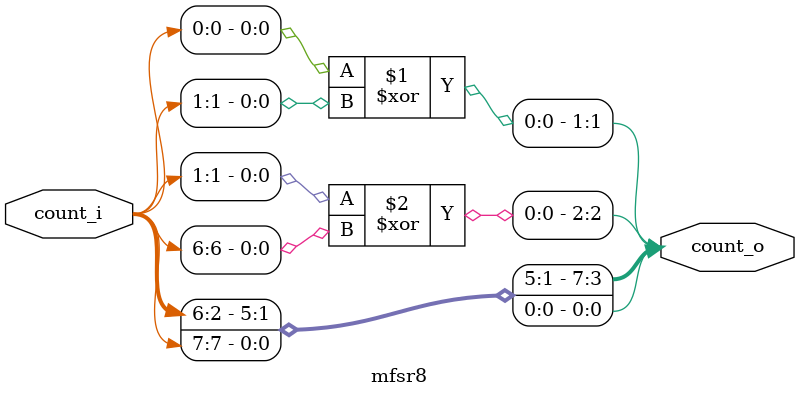
<source format=v>
/***************************************************************************
 *                                                                         *
 *   MFSR8.v - One of Roy Ward's ultra tricky Multiple Feed-back Shift     *
 *     Registers (MFSR). This one is 8-bits wide.                          *
 *                                                                         *
 *   Copyright (C) 2006 by Patrick Suggate and Roy Ward                    *
 *   patrick@physics.otago.ac.nz                                           *
 *                                                                         *
 *   This program is free software; you can redistribute it and/or modify  *
 *   it under the terms of the GNU General Public License as published by  *
 *   the Free Software Foundation; either version 2 of the License, or     *
 *   (at your option) any later version.                                   *
 *                                                                         *
 *   This program is distributed in the hope that it will be useful,       *
 *   but WITHOUT ANY WARRANTY; without even the implied warranty of        *
 *   MERCHANTABILITY or FITNESS FOR A PARTICULAR PURPOSE.  See the         *
 *   GNU General Public License for more details.                          *
 *                                                                         *
 *   You should have received a copy of the GNU General Public License     *
 *   along with this program; if not, write to the                         *
 *   Free Software Foundation, Inc.,                                       *
 *   59 Temple Place - Suite 330, Boston, MA  02111-1307, USA.             *
 ***************************************************************************/

`timescale 1ns/100ps
module	mfsr8 (
	count_i,
	count_o
);

input	[7:0]	count_i;
output	[7:0]	count_o;

assign	count_o	= {count_i [6:2], count_i [1]^count_i [6], count_i [0]^count_i [1], count_i [7]};

endmodule	//	mfsr8

</source>
